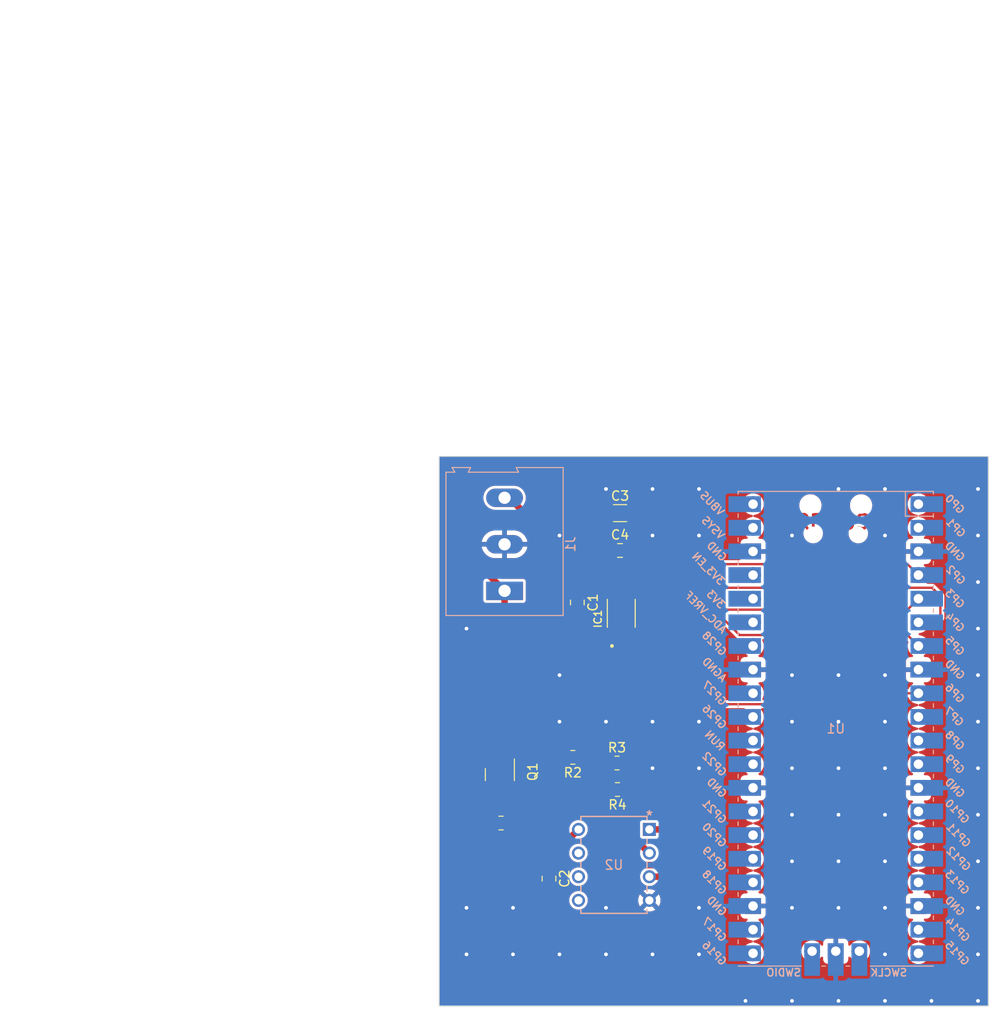
<source format=kicad_pcb>
(kicad_pcb (version 20240108) (generator "pcbnew") (generator_version "8.0")
  (layers (0 "F.Cu" signal) (31 "B.Cu" signal) (34 "B.Paste" user) (35 "F.Paste" user) (36 "B.SilkS" user "B.Silkscreen") (37 "F.SilkS" user "F.Silkscreen") (38 "B.Mask" user) (39 "F.Mask" user) (44 "Edge.Cuts" user))
  (net 0 "")
  (net 1 "GND")
  (net 2 "/Vref")
  (net 3 "Net-(U2-OUTA)")
  (net 4 "/Vdd")
  (net 5 "/DIN")
  (net 6 "/{slash}SYNC")
  (net 7 "/SCLK")
  (net 8 "/{slash}CLR")
  (net 9 "/{slash}LDAC")
  (net 10 "/VoutA")
  (net 11 "/VoutB")
  (net 12 "/YIG_TUNE_NEG")
  (net 13 "Net-(Q1-E)")
  (net 14 "Net-(Q1-B)")
  (net 76 "Net-(U2-+INA)")
  (footprint "footprints:SOP50P490X110-10N" (layer "F.Cu") (at 66.802 65.6082 90)
    (property "Reference" "IC1" (at -0.595 -2.508 -90) (layer "F.SilkS") (effects (font (size 0.8 0.8))))
    (property "Value" "DAC8562TDGSR")
    (fp_line (start -1.5 -1.5) (end 1.5 -1.5) (stroke (width 0.127)) (layer "F.SilkS"))
    (fp_line (start -1.5 1.5) (end 1.5 1.5) (stroke (width 0.127)) (layer "F.SilkS"))
    (fp_circle (center -3.5 -1) (end -3.4 -1) (stroke (width 0.2)) (fill none) (layer "F.SilkS"))
    (pad "1" smd roundrect (at -2.15 -1 90) (size 1.47 0.28) (layers "F.Cu" "F.Paste" "F.Mask") (roundrect_rratio 0.125) (net 10 "/VoutA"))
    (pad "2" smd roundrect (at -2.15 -0.5 90) (size 1.47 0.28) (layers "F.Cu" "F.Paste" "F.Mask") (roundrect_rratio 0.125) (net 11 "/VoutB"))
    (pad "3" smd roundrect (at -2.15 0 90) (size 1.47 0.28) (layers "F.Cu" "F.Paste" "F.Mask") (roundrect_rratio 0.125) (net 1 "GND"))
    (pad "4" smd roundrect (at -2.15 0.5 90) (size 1.47 0.28) (layers "F.Cu" "F.Paste" "F.Mask") (roundrect_rratio 0.125) (net 9 "/{slash}LDAC"))
    (pad "5" smd roundrect (at -2.15 1 90) (size 1.47 0.28) (layers "F.Cu" "F.Paste" "F.Mask") (roundrect_rratio 0.125) (net 8 "/{slash}CLR"))
    (pad "6" smd roundrect (at 2.15 1 90) (size 1.47 0.28) (layers "F.Cu" "F.Paste" "F.Mask") (roundrect_rratio 0.125) (net 6 "/{slash}SYNC"))
    (pad "7" smd roundrect (at 2.15 0.5 90) (size 1.47 0.28) (layers "F.Cu" "F.Paste" "F.Mask") (roundrect_rratio 0.125) (net 7 "/SCLK"))
    (pad "8" smd roundrect (at 2.15 0 90) (size 1.47 0.28) (layers "F.Cu" "F.Paste" "F.Mask") (roundrect_rratio 0.125) (net 5 "/DIN"))
    (pad "9" smd roundrect (at 2.15 -0.5 90) (size 1.47 0.28) (layers "F.Cu" "F.Paste" "F.Mask") (roundrect_rratio 0.125) (net 4 "/Vdd"))
    (pad "10" smd roundrect (at 2.15 -1 90) (size 1.47 0.28) (layers "F.Cu" "F.Paste" "F.Mask") (roundrect_rratio 0.125) (net 2 "/Vref"))
  )
  (footprint "Resistor_SMD:R_0805_2012Metric_Pad1.20x1.40mm_HandSolder" (layer "F.Cu") (at 61.595 81.0768 180)
    (property "Reference" "R2" (at 0 -1.65 180) (layer "F.SilkS"))
    (property "Value" "1")
    (fp_line (start -0.227064 0.735) (end 0.227064 0.735) (stroke (width 0.12)) (layer "F.SilkS"))
    (fp_line (start -0.227064 -0.735) (end 0.227064 -0.735) (stroke (width 0.12)) (layer "F.SilkS"))
    (pad "1" smd roundrect (at -1 0 180) (size 1.2 1.4) (layers "F.Cu" "F.Paste" "F.Mask") (roundrect_rratio 0.2083333333) (net 1 "GND"))
    (pad "2" smd roundrect (at 1 0 180) (size 1.2 1.4) (layers "F.Cu" "F.Paste" "F.Mask") (roundrect_rratio 0.2083333333) (net 13 "Net-(Q1-E)"))
  )
  (footprint "Resistor_SMD:R_0805_2012Metric_Pad1.20x1.40mm_HandSolder" (layer "F.Cu") (at 53.8773 88.138 180)
    (property "Reference" "R1" (hide yes))
    (property "Value" "150")
    (fp_line (start -0.227064 0.735) (end 0.227064 0.735) (stroke (width 0.12)) (layer "F.SilkS"))
    (fp_line (start -0.227064 -0.735) (end 0.227064 -0.735) (stroke (width 0.12)) (layer "F.SilkS"))
    (pad "1" smd roundrect (at -1 0 180) (size 1.2 1.4) (layers "F.Cu" "F.Paste" "F.Mask") (roundrect_rratio 0.2083333333) (net 3 "Net-(U2-OUTA)"))
    (pad "2" smd roundrect (at 1 0 180) (size 1.2 1.4) (layers "F.Cu" "F.Paste" "F.Mask") (roundrect_rratio 0.2083333333) (net 14 "Net-(Q1-B)"))
  )
  (footprint "Package_TO_SOT_SMD:SOT-23" (layer "F.Cu") (at 53.7464 82.931 -90)
    (property "Reference" "Q1" (at -0.3071 -3.5306 90) (layer "F.SilkS"))
    (property "Value" "NPN")
    (fp_line (start 0 1.56) (end -0.65 1.56) (stroke (width 0.12)) (layer "F.SilkS"))
    (fp_line (start 0 1.56) (end 0.65 1.56) (stroke (width 0.12)) (layer "F.SilkS"))
    (fp_line (start 0 -1.56) (end -1.675 -1.56) (stroke (width 0.12)) (layer "F.SilkS"))
    (fp_line (start 0 -1.56) (end 0.65 -1.56) (stroke (width 0.12)) (layer "F.SilkS"))
    (pad "1" smd roundrect (at -0.9375 -0.95 270) (size 1.475 0.6) (layers "F.Cu" "F.Paste" "F.Mask") (net 12 "/YIG_TUNE_NEG"))
    (pad "2" smd roundrect (at -0.9375 0.95 270) (size 1.475 0.6) (layers "F.Cu" "F.Paste" "F.Mask") (net 14 "Net-(Q1-B)"))
    (pad "3" smd roundrect (at 0.9375 0 270) (size 1.475 0.6) (layers "F.Cu" "F.Paste" "F.Mask") (net 13 "Net-(Q1-E)"))
  )
  (footprint "Resistor_SMD:R_0805_2012Metric_Pad1.20x1.40mm_HandSolder" (layer "F.Cu") (at 66.3956 84.5312 180)
    (property "Reference" "R4" (at 0 -1.65 180) (layer "F.SilkS"))
    (property "Value" "1k")
    (fp_line (start -0.227064 0.735) (end 0.227064 0.735) (stroke (width 0.12)) (layer "F.SilkS"))
    (fp_line (start -0.227064 -0.735) (end 0.227064 -0.735) (stroke (width 0.12)) (layer "F.SilkS"))
    (pad "1" smd roundrect (at -1 0 180) (size 1.2 1.4) (layers "F.Cu" "F.Paste" "F.Mask") (roundrect_rratio 0.2083333333) (net 1 "GND"))
    (pad "2" smd roundrect (at 1 0 180) (size 1.2 1.4) (layers "F.Cu" "F.Paste" "F.Mask") (roundrect_rratio 0.2083333333) (net 76 "Net-(U2-+INA)"))
  )
  (footprint "Capacitor_SMD:C_0805_2012Metric_Pad1.18x1.45mm_HandSolder" (layer "F.Cu") (at 59.0296 94.107 -90)
    (property "Reference" "C2" (at 0 -1.68 90) (layer "F.SilkS"))
    (property "Value" "100p")
    (fp_line (start -0.261252 0.735) (end 0.261252 0.735) (stroke (width 0.12)) (layer "F.SilkS"))
    (fp_line (start -0.261252 -0.735) (end 0.261252 -0.735) (stroke (width 0.12)) (layer "F.SilkS"))
    (pad "1" smd roundrect (at -1.0375 0 270) (size 1.175 1.45) (layers "F.Cu" "F.Paste" "F.Mask") (roundrect_rratio 0.2127659574) (net 4 "/Vdd"))
    (pad "2" smd roundrect (at 1.0375 0 270) (size 1.175 1.45) (layers "F.Cu" "F.Paste" "F.Mask") (roundrect_rratio 0.2127659574) (net 1 "GND"))
  )
  (footprint "Capacitor_SMD:C_1206_3216Metric_Pad1.33x1.80mm_HandSolder" (layer "F.Cu") (at 66.675 54.8386)
    (property "Reference" "C3" (at 0 -1.85 0) (layer "F.SilkS"))
    (property "Value" "0.1u")
    (fp_line (start -0.711252 -0.91) (end 0.711252 -0.91) (stroke (width 0.12)) (layer "F.SilkS"))
    (fp_line (start -0.711252 0.91) (end 0.711252 0.91) (stroke (width 0.12)) (layer "F.SilkS"))
    (pad "1" smd roundrect (at -1.5625 0) (size 1.325 1.8) (layers "F.Cu" "F.Paste" "F.Mask") (roundrect_rratio 0.1886792453) (net 4 "/Vdd"))
    (pad "2" smd roundrect (at 1.5625 0) (size 1.325 1.8) (layers "F.Cu" "F.Paste" "F.Mask") (roundrect_rratio 0.1886792453) (net 1 "GND"))
  )
  (footprint "Resistor_SMD:R_0805_2012Metric_Pad1.20x1.40mm_HandSolder" (layer "F.Cu") (at 66.3448 81.6864)
    (property "Reference" "R3" (at 0 -1.65 0) (layer "F.SilkS"))
    (property "Value" "33k")
    (fp_line (start -0.227064 -0.735) (end 0.227064 -0.735) (stroke (width 0.12)) (layer "F.SilkS"))
    (fp_line (start -0.227064 0.735) (end 0.227064 0.735) (stroke (width 0.12)) (layer "F.SilkS"))
    (pad "1" smd roundrect (at -1 0) (size 1.2 1.4) (layers "F.Cu" "F.Paste" "F.Mask") (roundrect_rratio 0.2083333333) (net 76 "Net-(U2-+INA)"))
    (pad "2" smd roundrect (at 1 0) (size 1.2 1.4) (layers "F.Cu" "F.Paste" "F.Mask") (roundrect_rratio 0.2083333333) (net 10 "/VoutA"))
  )
  (footprint "Capacitor_SMD:C_0805_2012Metric_Pad1.18x1.45mm_HandSolder" (layer "F.Cu") (at 62.0776 64.4398 -90)
    (property "Reference" "C1" (at 0 -1.68 90) (layer "F.SilkS"))
    (property "Value" "150n")
    (fp_line (start -0.261252 0.735) (end 0.261252 0.735) (stroke (width 0.12)) (layer "F.SilkS"))
    (fp_line (start -0.261252 -0.735) (end 0.261252 -0.735) (stroke (width 0.12)) (layer "F.SilkS"))
    (pad "1" smd roundrect (at -1.0375 0 270) (size 1.175 1.45) (layers "F.Cu" "F.Paste" "F.Mask") (roundrect_rratio 0.2127659574) (net 2 "/Vref"))
    (pad "2" smd roundrect (at 1.0375 0 270) (size 1.175 1.45) (layers "F.Cu" "F.Paste" "F.Mask") (roundrect_rratio 0.2127659574) (net 1 "GND"))
  )
  (footprint "Capacitor_SMD:C_0805_2012Metric_Pad1.18x1.45mm_HandSolder" (layer "F.Cu") (at 66.6711 58.8518)
    (property "Reference" "C4" (at 0 -1.68 0) (layer "F.SilkS"))
    (property "Value" "100p")
    (fp_line (start -0.261252 -0.735) (end 0.261252 -0.735) (stroke (width 0.12)) (layer "F.SilkS"))
    (fp_line (start -0.261252 0.735) (end 0.261252 0.735) (stroke (width 0.12)) (layer "F.SilkS"))
    (pad "1" smd roundrect (at -1.0375 0) (size 1.175 1.45) (layers "F.Cu" "F.Paste" "F.Mask") (roundrect_rratio 0.2127659574) (net 4 "/Vdd"))
    (pad "2" smd roundrect (at 1.0375 0) (size 1.175 1.45) (layers "F.Cu" "F.Paste" "F.Mask") (roundrect_rratio 0.2127659574) (net 1 "GND"))
  )
  (footprint "footprints:PDIP-8_N_LIT" (layer "B.Cu") (at 69.8246 88.8238 180)
    (property "Reference" "U2" (at 3.81 -3.81 0) (layer "B.SilkS") (effects (justify mirror)))
    (property "Value" "LT1632CN8-PBF")
    (fp_line (start 7.366 1.397) (end 7.366 0.99947) (stroke (width 0.1524)) (layer "B.SilkS"))
    (fp_line (start 7.366 -0.99947) (end 7.366 -1.54053) (stroke (width 0.1524)) (layer "B.SilkS"))
    (fp_line (start 7.366 -3.53947) (end 7.366 -4.08053) (stroke (width 0.1524)) (layer "B.SilkS"))
    (fp_line (start 7.366 -6.07947) (end 7.366 -6.62053) (stroke (width 0.1524)) (layer "B.SilkS"))
    (fp_line (start 7.366 -8.61947) (end 7.366 -9.017) (stroke (width 0.1524)) (layer "B.SilkS"))
    (fp_line (start 7.366 -9.017) (end 0.254 -9.017) (stroke (width 0.1524)) (layer "B.SilkS"))
    (fp_line (start 0.254 1.397) (end 7.366 1.397) (stroke (width 0.1524)) (layer "B.SilkS"))
    (fp_line (start 0.254 1.03124) (end 0.254 1.397) (stroke (width 0.1524)) (layer "B.SilkS"))
    (fp_line (start 0.254 -1.54053) (end 0.254 -1.03124) (stroke (width 0.1524)) (layer "B.SilkS"))
    (fp_line (start 0.254 -4.08053) (end 0.254 -3.53947) (stroke (width 0.1524)) (layer "B.SilkS"))
    (fp_line (start 0.254 -6.62053) (end 0.254 -6.07947) (stroke (width 0.1524)) (layer "B.SilkS"))
    (fp_line (start 0.254 -9.017) (end 0.254 -8.61947) (stroke (width 0.1524)) (layer "B.SilkS"))
    (fp_text user "*" (at 0 1.4605 180) (layer "B.SilkS") (effects (justify mirror)))
    (fp_text user "*" (at 0 1.4605 0) (layer "B.SilkS") (effects (justify mirror)))
    (pad "1" thru_hole rect (at 0 0 180) (size 1.397 1.397) (drill 0.889) (layers "*.Cu" "*.Mask") (net 3 "Net-(U2-OUTA)"))
    (pad "2" thru_hole circle (at 0 -2.54 180) (size 1.397 1.397) (drill 0.889) (layers "*.Cu" "*.Mask") (net 13 "Net-(Q1-E)"))
    (pad "3" thru_hole circle (at 0 -5.08 180) (size 1.397 1.397) (drill 0.889) (layers "*.Cu" "*.Mask") (net 76 "Net-(U2-+INA)"))
    (pad "4" thru_hole circle (at 0 -7.62 180) (size 1.397 1.397) (drill 0.889) (layers "*.Cu" "*.Mask") (net 1 "GND"))
    (pad "5" thru_hole circle (at 7.62 -7.62 180) (size 1.397 1.397) (drill 0.889) (layers "*.Cu" "*.Mask"))
    (pad "6" thru_hole circle (at 7.62 -5.08 180) (size 1.397 1.397) (drill 0.889) (layers "*.Cu" "*.Mask"))
    (pad "7" thru_hole circle (at 7.62 -2.54 180) (size 1.397 1.397) (drill 0.889) (layers "*.Cu" "*.Mask"))
    (pad "8" thru_hole circle (at 7.62 0 180) (size 1.397 1.397) (drill 0.889) (layers "*.Cu" "*.Mask") (net 4 "/Vdd"))
  )
  (footprint "footprints:RPi_Pico_SMD_TH" (layer "B.Cu") (at 89.8652 78.0034 180)
    (property "Reference" "U1" (at 0 0 180) (layer "B.SilkS") (effects (justify mirror)))
    (property "Value" "Pico")
    (fp_line (start 10.5 25.5) (end -10.5 25.5) (stroke (width 0.12)) (layer "B.SilkS"))
    (fp_line (start 10.5 25.2) (end 10.5 25.5) (stroke (width 0.12)) (layer "B.SilkS"))
    (fp_line (start 10.5 22.7) (end 10.5 23.1) (stroke (width 0.12)) (layer "B.SilkS"))
    (fp_line (start 10.5 20.1) (end 10.5 20.5) (stroke (width 0.12)) (layer "B.SilkS"))
    (fp_line (start 10.5 17.6) (end 10.5 18) (stroke (width 0.12)) (layer "B.SilkS"))
    (fp_line (start 10.5 15) (end 10.5 15.4) (stroke (width 0.12)) (layer "B.SilkS"))
    (fp_line (start 10.5 12.5) (end 10.5 12.9) (stroke (width 0.12)) (layer "B.SilkS"))
    (fp_line (start 10.5 10) (end 10.5 10.4) (stroke (width 0.12)) (layer "B.SilkS"))
    (fp_line (start 10.5 7.4) (end 10.5 7.8) (stroke (width 0.12)) (layer "B.SilkS"))
    (fp_line (start 10.5 4.9) (end 10.5 5.3) (stroke (width 0.12)) (layer "B.SilkS"))
    (fp_line (start 10.5 2.3) (end 10.5 2.7) (stroke (width 0.12)) (layer "B.SilkS"))
    (fp_line (start 10.5 -0.2) (end 10.5 0.2) (stroke (width 0.12)) (layer "B.SilkS"))
    (fp_line (start 10.5 -2.7) (end 10.5 -2.3) (stroke (width 0.12)) (layer "B.SilkS"))
    (fp_line (start 10.5 -5.3) (end 10.5 -4.9) (stroke (width 0.12)) (layer "B.SilkS"))
    (fp_line (start 10.5 -7.8) (end 10.5 -7.4) (stroke (width 0.12)) (layer "B.SilkS"))
    (fp_line (start 10.5 -10.4) (end 10.5 -10) (stroke (width 0.12)) (layer "B.SilkS"))
    (fp_line (start 10.5 -12.9) (end 10.5 -12.5) (stroke (width 0.12)) (layer "B.SilkS"))
    (fp_line (start 10.5 -15.5) (end 10.5 -15.1) (stroke (width 0.12)) (layer "B.SilkS"))
    (fp_line (start 10.5 -18) (end 10.5 -17.6) (stroke (width 0.12)) (layer "B.SilkS"))
    (fp_line (start 10.5 -20.5) (end 10.5 -20.1) (stroke (width 0.12)) (layer "B.SilkS"))
    (fp_line (start 10.5 -23.1) (end 10.5 -22.7) (stroke (width 0.12)) (layer "B.SilkS"))
    (fp_line (start 3.7 -25.5) (end 10.5 -25.5) (stroke (width 0.12)) (layer "B.SilkS"))
    (fp_line (start 1.5 -25.5) (end 1.1 -25.5) (stroke (width 0.12)) (layer "B.SilkS"))
    (fp_line (start -1.1 -25.5) (end -1.5 -25.5) (stroke (width 0.12)) (layer "B.SilkS"))
    (fp_line (start -7.493 25.5) (end -7.493 22.833) (stroke (width 0.12)) (layer "B.SilkS"))
    (fp_line (start -7.493 22.833) (end -10.5 22.833) (stroke (width 0.12)) (layer "B.SilkS"))
    (fp_line (start -10.5 25.2) (end -10.5 25.5) (stroke (width 0.12)) (layer "B.SilkS"))
    (fp_line (start -10.5 22.7) (end -10.5 23.1) (stroke (width 0.12)) (layer "B.SilkS"))
    (fp_line (start -10.5 20.1) (end -10.5 20.5) (stroke (width 0.12)) (layer "B.SilkS"))
    (fp_line (start -10.5 17.6) (end -10.5 18) (stroke (width 0.12)) (layer "B.SilkS"))
    (fp_line (start -10.5 15) (end -10.5 15.4) (stroke (width 0.12)) (layer "B.SilkS"))
    (fp_line (start -10.5 12.5) (end -10.5 12.9) (stroke (width 0.12)) (layer "B.SilkS"))
    (fp_line (start -10.5 10) (end -10.5 10.4) (stroke (width 0.12)) (layer "B.SilkS"))
    (fp_line (start -10.5 7.4) (end -10.5 7.8) (stroke (width 0.12)) (layer "B.SilkS"))
    (fp_line (start -10.5 4.9) (end -10.5 5.3) (stroke (width 0.12)) (layer "B.SilkS"))
    (fp_line (start -10.5 2.3) (end -10.5 2.7) (stroke (width 0.12)) (layer "B.SilkS"))
    (fp_line (start -10.5 -0.2) (end -10.5 0.2) (stroke (width 0.12)) (layer "B.SilkS"))
    (fp_line (start -10.5 -2.7) (end -10.5 -2.3) (stroke (width 0.12)) (layer "B.SilkS"))
    (fp_line (start -10.5 -5.3) (end -10.5 -4.9) (stroke (width 0.12)) (layer "B.SilkS"))
    (fp_line (start -10.5 -7.8) (end -10.5 -7.4) (stroke (width 0.12)) (layer "B.SilkS"))
    (fp_line (start -10.5 -10.4) (end -10.5 -10) (stroke (width 0.12)) (layer "B.SilkS"))
    (fp_line (start -10.5 -12.9) (end -10.5 -12.5) (stroke (width 0.12)) (layer "B.SilkS"))
    (fp_line (start -10.5 -15.5) (end -10.5 -15.1) (stroke (width 0.12)) (layer "B.SilkS"))
    (fp_line (start -10.5 -18) (end -10.5 -17.6) (stroke (width 0.12)) (layer "B.SilkS"))
    (fp_line (start -10.5 -20.5) (end -10.5 -20.1) (stroke (width 0.12)) (layer "B.SilkS"))
    (fp_line (start -10.5 -23.1) (end -10.5 -22.7) (stroke (width 0.12)) (layer "B.SilkS"))
    (fp_line (start -10.5 -25.5) (end -3.7 -25.5) (stroke (width 0.12)) (layer "B.SilkS"))
    (fp_text user "GND" (at 12.8 -19.05 -45) (layer "B.SilkS") (effects (font (size 0.8 0.8)) (justify mirror)))
    (fp_text user "GND" (at -12.8 6.35 -45) (layer "B.SilkS") (effects (font (size 0.8 0.8)) (justify mirror)))
    (fp_text user "GP8" (at -12.8 -1.27 -45) (layer "B.SilkS") (effects (font (size 0.8 0.8)) (justify mirror)))
    (fp_text user "GND" (at 12.8 19.05 -45) (layer "B.SilkS") (effects (font (size 0.8 0.8)) (justify mirror)))
    (fp_text user "GP14" (at -13.1 -21.59 -45) (layer "B.SilkS") (effects (font (size 0.8 0.8)) (justify mirror)))
    (fp_text user "GND" (at 12.8 -6.35 -45) (layer "B.SilkS") (effects (font (size 0.8 0.8)) (justify mirror)))
    (fp_text user "GP13" (at -13.054 -16.51 -45) (layer "B.SilkS") (effects (font (size 0.8 0.8)) (justify mirror)))
    (fp_text user "GND" (at -12.8 19.05 -45) (layer "B.SilkS") (effects (font (size 0.8 0.8)) (justify mirror)))
    (fp_text user "GP2" (at -12.9 16.51 -45) (layer "B.SilkS") (effects (font (size 0.8 0.8)) (justify mirror)))
    (fp_text user "GP27" (at 13.054 3.8 -45) (layer "B.SilkS") (effects (font (size 0.8 0.8)) (justify mirror)))
    (fp_text user "GP3" (at -12.8 13.97 -45) (layer "B.SilkS") (effects (font (size 0.8 0.8)) (justify mirror)))
    (fp_text user "VBUS" (at 13.3 24.2 -45) (layer "B.SilkS") (effects (font (size 0.8 0.8)) (justify mirror)))
    (fp_text user "GP26" (at 13.054 1.27 -45) (layer "B.SilkS") (effects (font (size 0.8 0.8)) (justify mirror)))
    (fp_text user "GP16" (at 13.054 -24.13 -45) (layer "B.SilkS") (effects (font (size 0.8 0.8)) (justify mirror)))
    (fp_text user "SWDIO" (at 5.6 -26.2 180) (layer "B.SilkS") (effects (font (size 0.8 0.8)) (justify mirror)))
    (fp_text user "GP18" (at 13.054 -16.51 -45) (layer "B.SilkS") (effects (font (size 0.8 0.8)) (justify mirror)))
    (fp_text user "GP12" (at -13.2 -13.97 -45) (layer "B.SilkS") (effects (font (size 0.8 0.8)) (justify mirror)))
    (fp_text user "GP21" (at 13.054 -8.9 -45) (layer "B.SilkS") (effects (font (size 0.8 0.8)) (justify mirror)))
    (fp_text user "GND" (at -12.8 -6.35 -45) (layer "B.SilkS") (effects (font (size 0.8 0.8)) (justify mirror)))
    (fp_text user "RUN" (at 13 -1.27 -45) (layer "B.SilkS") (effects (font (size 0.8 0.8)) (justify mirror)))
    (fp_text user "GP11" (at -13.2 -11.43 -45) (layer "B.SilkS") (effects (font (size 0.8 0.8)) (justify mirror)))
    (fp_text user "GP7" (at -12.7 1.3 -45) (layer "B.SilkS") (effects (font (size 0.8 0.8)) (justify mirror)))
    (fp_text user "VSYS" (at 13.2 21.59 -45) (layer "B.SilkS") (effects (font (size 0.8 0.8)) (justify mirror)))
    (fp_text user "AGND" (at 13.054 6.35 -45) (layer "B.SilkS") (effects (font (size 0.8 0.8)) (justify mirror)))
    (fp_text user "GP15" (at -13.054 -24.13 -45) (layer "B.SilkS") (effects (font (size 0.8 0.8)) (justify mirror)))
    (fp_text user "GP20" (at 13.054 -11.43 -45) (layer "B.SilkS") (effects (font (size 0.8 0.8)) (justify mirror)))
    (fp_text user "GP19" (at 13.054 -13.97 -45) (layer "B.SilkS") (effects (font (size 0.8 0.8)) (justify mirror)))
    (fp_text user "GP17" (at 13.054 -21.59 -45) (layer "B.SilkS") (effects (font (size 0.8 0.8)) (justify mirror)))
    (fp_text user "3V3" (at 12.9 13.9 -45) (layer "B.SilkS") (effects (font (size 0.8 0.8)) (justify mirror)))
    (fp_text user "GP4" (at -12.8 11.43 -45) (layer "B.SilkS") (effects (font (size 0.8 0.8)) (justify mirror)))
    (fp_text user "GP9" (at -12.8 -3.81 -45) (layer "B.SilkS") (effects (font (size 0.8 0.8)) (justify mirror)))
    (fp_text user "3V3_EN" (at 13.7 17.2 -45) (layer "B.SilkS") (effects (font (size 0.8 0.8)) (justify mirror)))
    (fp_text user "GP28" (at 13.054 9.144 -45) (layer "B.SilkS") (effects (font (size 0.8 0.8)) (justify mirror)))
    (fp_text user "GP0" (at -12.8 24.13 -45) (layer "B.SilkS") (effects (font (size 0.8 0.8)) (justify mirror)))
    (fp_text user "GP5" (at -12.8 8.89 -45) (layer "B.SilkS") (effects (font (size 0.8 0.8)) (justify mirror)))
    (fp_text user "GP10" (at -13.054 -8.89 -45) (layer "B.SilkS") (effects (font (size 0.8 0.8)) (justify mirror)))
    (fp_text user "ADC_VREF" (at 14 12.5 -45) (layer "B.SilkS") (effects (font (size 0.8 0.8)) (justify mirror)))
    (fp_text user "SWCLK" (at -5.7 -26.2 180) (layer "B.SilkS") (effects (font (size 0.8 0.8)) (justify mirror)))
    (fp_text user "GND" (at -12.8 -19.05 -45) (layer "B.SilkS") (effects (font (size 0.8 0.8)) (justify mirror)))
    (fp_text user "GP22" (at 13.054 -3.81 -45) (layer "B.SilkS") (effects (font (size 0.8 0.8)) (justify mirror)))
    (fp_text user "GP6" (at -12.8 3.81 -45) (layer "B.SilkS") (effects (font (size 0.8 0.8)) (justify mirror)))
    (fp_text user "GP1" (at -12.9 21.6 -45) (layer "B.SilkS") (effects (font (size 0.8 0.8)) (justify mirror)))
    (pad "" np_thru_hole oval (at -2.725 24 180) (size 1.8 1.8) (drill 1.8) (layers "*.Cu" "*.Mask"))
    (pad "" np_thru_hole oval (at -2.425 20.97 180) (size 1.5 1.5) (drill 1.5) (layers "*.Cu" "*.Mask"))
    (pad "" np_thru_hole oval (at 2.425 20.97 180) (size 1.5 1.5) (drill 1.5) (layers "*.Cu" "*.Mask"))
    (pad "" np_thru_hole oval (at 2.725 24 180) (size 1.8 1.8) (drill 1.8) (layers "*.Cu" "*.Mask"))
    (pad "1" thru_hole oval (at -8.89 24.13 180) (size 1.7 1.7) (drill 1.02) (layers "*.Cu" "*.Mask"))
    (pad "1" smd rect (at -8.89 24.13 180) (size 3.5 1.7) (drill (offset -0.9 0)) (layers "B.Cu" "B.Mask"))
    (pad "2" thru_hole oval (at -8.89 21.59 180) (size 1.7 1.7) (drill 1.02) (layers "*.Cu" "*.Mask"))
    (pad "2" smd rect (at -8.89 21.59 180) (size 3.5 1.7) (drill (offset -0.9 0)) (layers "B.Cu" "B.Mask"))
    (pad "3" thru_hole rect (at -8.89 19.05 180) (size 1.7 1.7) (drill 1.02) (layers "*.Cu" "*.Mask") (net 1 "GND"))
    (pad "3" smd rect (at -8.89 19.05 180) (size 3.5 1.7) (drill (offset -0.9 0)) (layers "B.Cu" "B.Mask") (net 1 "GND"))
    (pad "4" thru_hole oval (at -8.89 16.51 180) (size 1.7 1.7) (drill 1.02) (layers "*.Cu" "*.Mask") (net 7 "/SCLK"))
    (pad "4" smd rect (at -8.89 16.51 180) (size 3.5 1.7) (drill (offset -0.9 0)) (layers "B.Cu" "B.Mask") (net 7 "/SCLK"))
    (pad "5" thru_hole oval (at -8.89 13.97 180) (size 1.7 1.7) (drill 1.02) (layers "*.Cu" "*.Mask") (net 5 "/DIN"))
    (pad "5" smd rect (at -8.89 13.97 180) (size 3.5 1.7) (drill (offset -0.9 0)) (layers "B.Cu" "B.Mask") (net 5 "/DIN"))
    (pad "6" thru_hole oval (at -8.89 11.43 180) (size 1.7 1.7) (drill 1.02) (layers "*.Cu" "*.Mask") (net 6 "/{slash}SYNC"))
    (pad "6" smd rect (at -8.89 11.43 180) (size 3.5 1.7) (drill (offset -0.9 0)) (layers "B.Cu" "B.Mask") (net 6 "/{slash}SYNC"))
    (pad "7" thru_hole oval (at -8.89 8.89 180) (size 1.7 1.7) (drill 1.02) (layers "*.Cu" "*.Mask") (net 9 "/{slash}LDAC"))
    (pad "7" smd rect (at -8.89 8.89 180) (size 3.5 1.7) (drill (offset -0.9 0)) (layers "B.Cu" "B.Mask") (net 9 "/{slash}LDAC"))
    (pad "8" thru_hole rect (at -8.89 6.35 180) (size 1.7 1.7) (drill 1.02) (layers "*.Cu" "*.Mask") (net 1 "GND"))
    (pad "8" smd rect (at -8.89 6.35 180) (size 3.5 1.7) (drill (offset -0.9 0)) (layers "B.Cu" "B.Mask") (net 1 "GND"))
    (pad "9" thru_hole oval (at -8.89 3.81 180) (size 1.7 1.7) (drill 1.02) (layers "*.Cu" "*.Mask") (net 8 "/{slash}CLR"))
    (pad "9" smd rect (at -8.89 3.81 180) (size 3.5 1.7) (drill (offset -0.9 0)) (layers "B.Cu" "B.Mask") (net 8 "/{slash}CLR"))
    (pad "10" thru_hole oval (at -8.89 1.27 180) (size 1.7 1.7) (drill 1.02) (layers "*.Cu" "*.Mask"))
    (pad "10" smd rect (at -8.89 1.27 180) (size 3.5 1.7) (drill (offset -0.9 0)) (layers "B.Cu" "B.Mask"))
    (pad "11" thru_hole oval (at -8.89 -1.27 180) (size 1.7 1.7) (drill 1.02) (layers "*.Cu" "*.Mask"))
    (pad "11" smd rect (at -8.89 -1.27 180) (size 3.5 1.7) (drill (offset -0.9 0)) (layers "B.Cu" "B.Mask"))
    (pad "12" thru_hole oval (at -8.89 -3.81 180) (size 1.7 1.7) (drill 1.02) (layers "*.Cu" "*.Mask"))
    (pad "12" smd rect (at -8.89 -3.81 180) (size 3.5 1.7) (drill (offset -0.9 0)) (layers "B.Cu" "B.Mask"))
    (pad "13" thru_hole rect (at -8.89 -6.35 180) (size 1.7 1.7) (drill 1.02) (layers "*.Cu" "*.Mask") (net 1 "GND"))
    (pad "13" smd rect (at -8.89 -6.35 180) (size 3.5 1.7) (drill (offset -0.9 0)) (layers "B.Cu" "B.Mask") (net 1 "GND"))
    (pad "14" thru_hole oval (at -8.89 -8.89 180) (size 1.7 1.7) (drill 1.02) (layers "*.Cu" "*.Mask"))
    (pad "14" smd rect (at -8.89 -8.89 180) (size 3.5 1.7) (drill (offset -0.9 0)) (layers "B.Cu" "B.Mask"))
    (pad "15" thru_hole oval (at -8.89 -11.43 180) (size 1.7 1.7) (drill 1.02) (layers "*.Cu" "*.Mask"))
    (pad "15" smd rect (at -8.89 -11.43 180) (size 3.5 1.7) (drill (offset -0.9 0)) (layers "B.Cu" "B.Mask"))
    (pad "16" thru_hole oval (at -8.89 -13.97 180) (size 1.7 1.7) (drill 1.02) (layers "*.Cu" "*.Mask"))
    (pad "16" smd rect (at -8.89 -13.97 180) (size 3.5 1.7) (drill (offset -0.9 0)) (layers "B.Cu" "B.Mask"))
    (pad "17" thru_hole oval (at -8.89 -16.51 180) (size 1.7 1.7) (drill 1.02) (layers "*.Cu" "*.Mask"))
    (pad "17" smd rect (at -8.89 -16.51 180) (size 3.5 1.7) (drill (offset -0.9 0)) (layers "B.Cu" "B.Mask"))
    (pad "18" thru_hole rect (at -8.89 -19.05 180) (size 1.7 1.7) (drill 1.02) (layers "*.Cu" "*.Mask") (net 1 "GND"))
    (pad "18" smd rect (at -8.89 -19.05 180) (size 3.5 1.7) (drill (offset -0.9 0)) (layers "B.Cu" "B.Mask") (net 1 "GND"))
    (pad "19" thru_hole oval (at -8.89 -21.59 180) (size 1.7 1.7) (drill 1.02) (layers "*.Cu" "*.Mask"))
    (pad "19" smd rect (at -8.89 -21.59 180) (size 3.5 1.7) (drill (offset -0.9 0)) (layers "B.Cu" "B.Mask"))
    (pad "20" thru_hole oval (at -8.89 -24.13 180) (size 1.7 1.7) (drill 1.02) (layers "*.Cu" "*.Mask"))
    (pad "20" smd rect (at -8.89 -24.13 180) (size 3.5 1.7) (drill (offset -0.9 0)) (layers "B.Cu" "B.Mask"))
    (pad "21" thru_hole oval (at 8.89 -24.13 180) (size 1.7 1.7) (drill 1.02) (layers "*.Cu" "*.Mask"))
    (pad "21" smd rect (at 8.89 -24.13 180) (size 3.5 1.7) (drill (offset 0.9 0)) (layers "B.Cu" "B.Mask"))
    (pad "22" thru_hole oval (at 8.89 -21.59 180) (size 1.7 1.7) (drill 1.02) (layers "*.Cu" "*.Mask"))
    (pad "22" smd rect (at 8.89 -21.59 180) (size 3.5 1.7) (drill (offset 0.9 0)) (layers "B.Cu" "B.Mask"))
    (pad "23" thru_hole rect (at 8.89 -19.05 180) (size 1.7 1.7) (drill 1.02) (layers "*.Cu" "*.Mask") (net 1 "GND"))
    (pad "23" smd rect (at 8.89 -19.05 180) (size 3.5 1.7) (drill (offset 0.9 0)) (layers "B.Cu" "B.Mask") (net 1 "GND"))
    (pad "24" thru_hole oval (at 8.89 -16.51 180) (size 1.7 1.7) (drill 1.02) (layers "*.Cu" "*.Mask"))
    (pad "24" smd rect (at 8.89 -16.51 180) (size 3.5 1.7) (drill (offset 0.9 0)) (layers "B.Cu" "B.Mask"))
    (pad "25" thru_hole oval (at 8.89 -13.97 180) (size 1.7 1.7) (drill 1.02) (layers "*.Cu" "*.Mask"))
    (pad "25" smd rect (at 8.89 -13.97 180) (size 3.5 1.7) (drill (offset 0.9 0)) (layers "B.Cu" "B.Mask"))
    (pad "26" thru_hole oval (at 8.89 -11.43 180) (size 1.7 1.7) (drill 1.02) (layers "*.Cu" "*.Mask"))
    (pad "26" smd rect (at 8.89 -11.43 180) (size 3.5 1.7) (drill (offset 0.9 0)) (layers "B.Cu" "B.Mask"))
    (pad "27" thru_hole oval (at 8.89 -8.89 180) (size 1.7 1.7) (drill 1.02) (layers "*.Cu" "*.Mask"))
    (pad "27" smd rect (at 8.89 -8.89 180) (size 3.5 1.7) (drill (offset 0.9 0)) (layers "B.Cu" "B.Mask"))
    (pad "28" thru_hole rect (at 8.89 -6.35 180) (size 1.7 1.7) (drill 1.02) (layers "*.Cu" "*.Mask") (net 1 "GND"))
    (pad "28" smd rect (at 8.89 -6.35 180) (size 3.5 1.7) (drill (offset 0.9 0)) (layers "B.Cu" "B.Mask") (net 1 "GND"))
    (pad "29" thru_hole oval (at 8.89 -3.81 180) (size 1.7 1.7) (drill 1.02) (layers "*.Cu" "*.Mask"))
    (pad "29" smd rect (at 8.89 -3.81 180) (size 3.5 1.7) (drill (offset 0.9 0)) (layers "B.Cu" "B.Mask"))
    (pad "30" thru_hole oval (at 8.89 -1.27 180) (size 1.7 1.7) (drill 1.02) (layers "*.Cu" "*.Mask"))
    (pad "30" smd rect (at 8.89 -1.27 180) (size 3.5 1.7) (drill (offset 0.9 0)) (layers "B.Cu" "B.Mask"))
    (pad "31" thru_hole oval (at 8.89 1.27 180) (size 1.7 1.7) (drill 1.02) (layers "*.Cu" "*.Mask"))
    (pad "31" smd rect (at 8.89 1.27 180) (size 3.5 1.7) (drill (offset 0.9 0)) (layers "B.Cu" "B.Mask"))
    (pad "32" thru_hole oval (at 8.89 3.81 180) (size 1.7 1.7) (drill 1.02) (layers "*.Cu" "*.Mask"))
    (pad "32" smd rect (at 8.89 3.81 180) (size 3.5 1.7) (drill (offset 0.9 0)) (layers "B.Cu" "B.Mask"))
    (pad "33" thru_hole rect (at 8.89 6.35 180) (size 1.7 1.7) (drill 1.02) (layers "*.Cu" "*.Mask") (net 1 "GND"))
    (pad "33" smd rect (at 8.89 6.35 180) (size 3.5 1.7) (drill (offset 0.9 0)) (layers "B.Cu" "B.Mask") (net 1 "GND"))
    (pad "34" thru_hole oval (at 8.89 8.89 180) (size 1.7 1.7) (drill 1.02) (layers "*.Cu" "*.Mask"))
    (pad "34" smd rect (at 8.89 8.89 180) (size 3.5 1.7) (drill (offset 0.9 0)) (layers "B.Cu" "B.Mask"))
    (pad "35" thru_hole oval (at 8.89 11.43 180) (size 1.7 1.7) (drill 1.02) (layers "*.Cu" "*.Mask"))
    (pad "35" smd rect (at 8.89 11.43 180) (size 3.5 1.7) (drill (offset 0.9 0)) (layers "B.Cu" "B.Mask"))
    (pad "36" thru_hole oval (at 8.89 13.97 180) (size 1.7 1.7) (drill 1.02) (layers "*.Cu" "*.Mask"))
    (pad "36" smd rect (at 8.89 13.97 180) (size 3.5 1.7) (drill (offset 0.9 0)) (layers "B.Cu" "B.Mask"))
    (pad "37" thru_hole oval (at 8.89 16.51 180) (size 1.7 1.7) (drill 1.02) (layers "*.Cu" "*.Mask"))
    (pad "37" smd rect (at 8.89 16.51 180) (size 3.5 1.7) (drill (offset 0.9 0)) (layers "B.Cu" "B.Mask"))
    (pad "38" thru_hole rect (at 8.89 19.05 180) (size 1.7 1.7) (drill 1.02) (layers "*.Cu" "*.Mask") (net 1 "GND"))
    (pad "38" smd rect (at 8.89 19.05 180) (size 3.5 1.7) (drill (offset 0.9 0)) (layers "B.Cu" "B.Mask") (net 1 "GND"))
    (pad "39" thru_hole oval (at 8.89 21.59 180) (size 1.7 1.7) (drill 1.02) (layers "*.Cu" "*.Mask"))
    (pad "39" smd rect (at 8.89 21.59 180) (size 3.5 1.7) (drill (offset 0.9 0)) (layers "B.Cu" "B.Mask"))
    (pad "40" thru_hole oval (at 8.89 24.13 180) (size 1.7 1.7) (drill 1.02) (layers "*.Cu" "*.Mask"))
    (pad "40" smd rect (at 8.89 24.13 180) (size 3.5 1.7) (drill (offset 0.9 0)) (layers "B.Cu" "B.Mask"))
    (pad "41" thru_hole oval (at -2.54 -23.9 180) (size 1.7 1.7) (drill 1.02) (layers "*.Cu" "*.Mask"))
    (pad "41" smd rect (at -2.54 -23.9 90) (size 3.5 1.7) (drill (offset -0.9 0)) (layers "B.Cu" "B.Mask"))
    (pad "42" thru_hole rect (at 0 -23.9 180) (size 1.7 1.7) (drill 1.02) (layers "*.Cu" "*.Mask") (net 1 "GND"))
    (pad "42" smd rect (at 0 -23.9 90) (size 3.5 1.7) (drill (offset -0.9 0)) (layers "B.Cu" "B.Mask") (net 1 "GND"))
    (pad "43" thru_hole oval (at 2.54 -23.9 180) (size 1.7 1.7) (drill 1.02) (layers "*.Cu" "*.Mask"))
    (pad "43" smd rect (at 2.54 -23.9 90) (size 3.5 1.7) (drill (offset -0.9 0)) (layers "B.Cu" "B.Mask"))
  )
  (footprint "TerminalBlock:TerminalBlock_Altech_AK300-3_P5.00mm" (layer "B.Cu") (at 54.2544 63.1876 90)
    (property "Reference" "J1" (at 5 7.1 -90) (layer "B.SilkS") (effects (justify mirror)))
    (property "Value" "Conn_01x03_Pin")
    (fp_line (start 12.75 -6.3) (end -2.65 -6.3) (stroke (width 0.12)) (layer "B.SilkS"))
    (fp_line (start -2.65 -6.3) (end -2.65 6.3) (stroke (width 0.12)) (layer "B.SilkS"))
    (fp_line (start 13.25 -5.65) (end 12.75 -5.35) (stroke (width 0.12)) (layer "B.SilkS"))
    (fp_line (start 12.75 -5.35) (end 12.75 -6.3) (stroke (width 0.12)) (layer "B.SilkS"))
    (fp_line (start 12.75 -3.9) (end 13.25 -3.65) (stroke (width 0.12)) (layer "B.SilkS"))
    (fp_line (start 13.25 -3.65) (end 13.25 -5.65) (stroke (width 0.12)) (layer "B.SilkS"))
    (fp_line (start 13.25 1.25) (end 12.75 1.5) (stroke (width 0.12)) (layer "B.SilkS"))
    (fp_line (start 12.75 1.5) (end 12.75 -3.9) (stroke (width 0.12)) (layer "B.SilkS"))
    (fp_line (start 13.25 6.3) (end 13.25 1.25) (stroke (width 0.12)) (layer "B.SilkS"))
    (fp_line (start -2.65 6.3) (end 13.25 6.3) (stroke (width 0.12)) (layer "B.SilkS"))
    (pad "1" thru_hole rect (at 0 0 90) (size 1.98 3.96) (drill 1.32) (layers "*.Cu" "*.Mask") (net 4 "/Vdd"))
    (pad "2" thru_hole oval (at 5 0 90) (size 1.98 3.96) (drill 1.32) (layers "*.Cu" "*.Mask") (net 1 "GND"))
    (pad "3" thru_hole oval (at 10 0 90) (size 1.98 3.96) (drill 1.32) (layers "*.Cu" "*.Mask") (net 12 "/YIG_TUNE_NEG"))
  )
  (gr_rect (start 47.2186 48.7426) (end 106.2736 107.7976) (stroke (width 0.1)) (fill none) (layer "Edge.Cuts"))
  (gr_text "RP-USB" (at 85.3948 56.6674 0) (layer "F.Cu") (effects (font (size 1.5 1.5) (thickness 0.3) (bold yes)) (justify left bottom)))
  (gr_text "YIG filter current regulator" (at 48.387 107.0864 0) (layer "F.Cu") (effects (font (size 1.5 1.5) (thickness 0.3) (bold yes)) (justify left bottom)))
  (gr_text "TOP" (at 101.0412 106.7308 0) (layer "F.Cu") (effects (font (size 1.5 1.5) (thickness 0.3) (bold yes)) (justify left bottom)))
  (segment (start 66.802 68.9864) (end 66.802 70.1548) (width 0.25) (layer "F.Cu") (net 1))
  (segment (start 65.8075 65.4773) (end 62.0776 65.4773) (width 0.25) (layer "F.Cu") (net 1))
  (segment (start 66.802 70.1548) (end 67.6402 70.993) (width 0.25) (layer "F.Cu") (net 1))
  (segment (start 66.802 66.4718) (end 66.802 68.9864) (width 0.25) (layer "F.Cu") (net 1))
  (segment (start 66.802 67.7582) (end 66.802 66.4718) (width 0.25) (layer "F.Cu") (net 1))
  (segment (start 66.802 66.4718) (end 65.8075 65.4773) (width 0.25) (layer "F.Cu") (net 1))
  (via (at 90.1612 87.244) (size 0.8) (drill 0.4) (layers "F.Cu" "B.Cu") (net 1))
  (via (at 85.1612 77.244) (size 0.8) (drill 0.4) (layers "F.Cu" "B.Cu") (net 1))
  (via (at 70.1612 82.244) (size 0.8) (drill 0.4) (layers "F.Cu" "B.Cu") (net 1))
  (via (at 50.1612 102.244) (size 0.8) (drill 0.4) (layers "F.Cu" "B.Cu") (net 1))
  (via (at 85.1612 97.244) (size 0.8) (drill 0.4) (layers "F.Cu" "B.Cu") (net 1))
  (via (at 50.1612 67.244) (size 0.8) (drill 0.4) (layers "F.Cu" "B.Cu") (net 1))
  (via (at 90.1612 82.244) (size 0.8) (drill 0.4) (layers "F.Cu" "B.Cu") (net 1))
  (via (at 70.1612 57.244) (size 0.8) (drill 0.4) (layers "F.Cu" "B.Cu") (net 1))
  (via (at 50.1612 97.244) (size 0.8) (drill 0.4) (layers "F.Cu" "B.Cu") (net 1))
  (via (at 95.1612 52.244) (size 0.8) (drill 0.4) (layers "F.Cu" "B.Cu") (net 1))
  (via (at 65.1612 97.244) (size 0.8) (drill 0.4) (layers "F.Cu" "B.Cu") (net 1))
  (via (at 60.1612 57.244) (size 0.8) (drill 0.4) (layers "F.Cu" "B.Cu") (net 1))
  (via (at 95.1612 72.244) (size 0.8) (drill 0.4) (layers "F.Cu" "B.Cu") (net 1))
  (via (at 105.1612 62.244) (size 0.8) (drill 0.4) (layers "F.Cu" "B.Cu") (net 1))
  (via (at 70.1612 102.244) (size 0.8) (drill 0.4) (layers "F.Cu" "B.Cu") (net 1))
  (via (at 105.1612 97.244) (size 0.8) (drill 0.4) (layers "F.Cu" "B.Cu") (net 1))
  (via (at 75.1612 102.244) (size 0.8) (drill 0.4) (layers "F.Cu" "B.Cu") (net 1))
  (via (at 95.1612 107.244) (size 0.8) (drill 0.4) (layers "F.Cu" "B.Cu") (net 1))
  (via (at 75.1612 52.244) (size 0.8) (drill 0.4) (layers "F.Cu" "B.Cu") (net 1))
  (via (at 75.1612 57.244) (size 0.8) (drill 0.4) (layers "F.Cu" "B.Cu") (net 1))
  (via (at 90.1612 107.244) (size 0.8) (drill 0.4) (layers "F.Cu" "B.Cu") (net 1))
  (via (at 85.1612 107.244) (size 0.8) (drill 0.4) (layers "F.Cu" "B.Cu") (net 1))
  (via (at 90.1612 92.244) (size 0.8) (drill 0.4) (layers "F.Cu" "B.Cu") (net 1))
  (via (at 95.1612 82.244) (size 0.8) (drill 0.4) (layers "F.Cu" "B.Cu") (net 1))
  (via (at 80.1612 107.244) (size 0.8) (drill 0.4) (layers "F.Cu" "B.Cu") (net 1))
  (via (at 65.1612 102.244) (size 0.8) (drill 0.4) (layers "F.Cu" "B.Cu") (net 1))
  (via (at 95.1612 97.244) (size 0.8) (drill 0.4) (layers "F.Cu" "B.Cu") (net 1))
  (via (at 85.1612 87.244) (size 0.8) (drill 0.4) (layers "F.Cu" "B.Cu") (net 1))
  (via (at 105.1612 107.244) (size 0.8) (drill 0.4) (layers "F.Cu" "B.Cu") (net 1))
  (via (at 85.1612 82.244) (size 0.8) (drill 0.4) (layers "F.Cu" "B.Cu") (net 1))
  (via (at 105.1612 52.244) (size 0.8) (drill 0.4) (layers "F.Cu" "B.Cu") (net 1))
  (via (at 95.1612 57.244) (size 0.8) (drill 0.4) (layers "F.Cu" "B.Cu") (net 1))
  (via (at 105.1612 82.244) (size 0.8) (drill 0.4) (layers "F.Cu" "B.Cu") (net 1))
  (via (at 70.1612 77.244) (size 0.8) (drill 0.4) (layers "F.Cu" "B.Cu") (net 1))
  (via (at 75.1612 77.244) (size 0.8) (drill 0.4) (layers "F.Cu" "B.Cu") (net 1))
  (via (at 95.1612 87.244) (size 0.8) (drill 0.4) (layers "F.Cu" "B.Cu") (net 1))
  (via (at 95.1612 102.244) (size 0.8) (drill 0.4) (layers "F.Cu" "B.Cu") (net 1))
  (via (at 65.1612 52.244) (size 0.8) (drill 0.4) (layers "F.Cu" "B.Cu") (net 1))
  (via (at 90.1612 97.244) (size 0.8) (drill 0.4) (layers "F.Cu" "B.Cu") (net 1))
  (via (at 105.1612 77.244) (size 0.8) (drill 0.4) (layers "F.Cu" "B.Cu") (net 1))
  (via (at 105.1612 102.244) (size 0.8) (drill 0.4) (layers "F.Cu" "B.Cu") (net 1))
  (via (at 60.1612 102.244) (size 0.8) (drill 0.4) (layers "F.Cu" "B.Cu") (net 1))
  (via (at 55.1612 102.244) (size 0.8) (drill 0.4) (layers "F.Cu" "B.Cu") (net 1))
  (via (at 85.1612 92.244) (size 0.8) (drill 0.4) (layers "F.Cu" "B.Cu") (net 1))
  (via (at 85.1612 57.244) (size 0.8) (drill 0.4) (layers "F.Cu" "B.Cu") (net 1))
  (via (at 95.1612 77.244) (size 0.8) (drill 0.4) (layers "F.Cu" "B.Cu") (net 1))
  (via (at 65.1612 77.244) (size 0.8) (drill 0.4) (layers "F.Cu" "B.Cu") (net 1))
  (via (at 55.1612 97.244) (size 0.8) (drill 0.4) (layers "F.Cu" "B.Cu") (net 1))
  (via (at 105.1612 57.244) (size 0.8) (drill 0.4) (layers "F.Cu" "B.Cu") (net 1))
  (via (at 95.1612 92.244) (size 0.8) (drill 0.4) (layers "F.Cu" "B.Cu") (net 1))
  (via (at 70.1612 52.244) (size 0.8) (drill 0.4) (layers "F.Cu" "B.Cu") (net 1))
  (via (at 75.1612 97.244) (size 0.8) (drill 0.4) (layers "F.Cu" "B.Cu") (net 1))
  (via (at 90.1612 77.244) (size 0.8) (drill 0.4) (layers "F.Cu" "B.Cu") (net 1))
  (via (at 105.1612 67.244) (size 0.8) (drill 0.4) (layers "F.Cu" "B.Cu") (net 1))
  (via (at 60.1612 72.244) (size 0.8) (drill 0.4) (layers "F.Cu" "B.Cu") (net 1))
  (via (at 105.1612 92.244) (size 0.8) (drill 0.4) (layers "F.Cu" "B.Cu") (net 1))
  (via (at 90.1612 72.244) (size 0.8) (drill 0.4) (layers "F.Cu" "B.Cu") (net 1))
  (via (at 90.1612 52.244) (size 0.8) (drill 0.4) (layers "F.Cu" "B.Cu") (net 1))
  (via (at 75.1612 82.244) (size 0.8) (drill 0.4) (layers "F.Cu" "B.Cu") (net 1))
  (via (at 60.1612 77.244) (size 0.8) (drill 0.4) (layers "F.Cu" "B.Cu") (net 1))
  (via (at 85.1612 72.244) (size 0.8) (drill 0.4) (layers "F.Cu" "B.Cu") (net 1))
  (via (at 105.1612 87.244) (size 0.8) (drill 0.4) (layers "F.Cu" "B.Cu") (net 1))
  (via (at 105.1612 72.244) (size 0.8) (drill 0.4) (layers "F.Cu" "B.Cu") (net 1))
  (via (at 100.1612 107.244) (size 0.8) (drill 0.4) (layers "F.Cu" "B.Cu") (net 1))
  (segment (start 62.1335 63.4582) (end 62.0776 63.4023) (width 0.25) (layer "F.Cu") (net 2))
  (segment (start 65.802 63.4582) (end 62.1335 63.4582) (width 0.25) (layer "F.Cu") (net 2))
  (segment (start 71.0184 88.8238) (end 69.8246 88.8238) (width 0.7) (layer "F.Cu") (net 3))
  (segment (start 68.4237 92.6553) (end 71.4795 92.6553) (width 0.7) (layer "F.Cu") (net 3))
  (segment (start 55.44 87.5753) (end 55.4775 87.5753) (width 0.7) (layer "F.Cu") (net 3))
  (segment (start 72.4408 90.2462) (end 71.0184 88.8238) (width 0.7) (layer "F.Cu") (net 3))
  (segment (start 55.4775 87.5753) (end 56.5404 86.5124) (width 0.7) (layer "F.Cu") (net 3))
  (segment (start 54.8773 88.138) (end 55.44 87.5753) (width 0.7) (layer "F.Cu") (net 3))
  (segment (start 71.4795 92.6553) (end 72.4408 91.694) (width 0.7) (layer "F.Cu") (net 3))
  (segment (start 62.2808 86.5124) (end 68.4237 92.6553) (width 0.7) (layer "F.Cu") (net 3))
  (segment (start 72.4408 91.694) (end 72.4408 90.2462) (width 0.7) (layer "F.Cu") (net 3))
  (segment (start 56.5404 86.5124) (end 62.2808 86.5124) (width 0.7) (layer "F.Cu") (net 3))
  (segment (start 51.9938 50.7492) (end 58.514 50.7492) (width 0.7) (layer "F.Cu") (net 4))
  (segment (start 65.6375 54.8386) (end 65.6375 58.8479) (width 0.7) (layer "F.Cu") (net 4))
  (segment (start 62.6034 54.8386) (end 65.1125 54.8386) (width 0.7) (layer "F.Cu") (net 4))
  (segment (start 54.2544 71.7042) (end 49.0474 76.9112) (width 0.7) (layer "F.Cu") (net 4))
  (segment (start 54.2544 63.1876) (end 54.2544 71.7042) (width 0.7) (layer "F.Cu") (net 4))
  (segment (start 65.6336 58.8518) (end 65.6336 60.9346) (width 0.25) (layer "F.Cu") (net 4))
  (segment (start 50.3682 52.3748) (end 51.9938 50.7492) (width 0.7) (layer "F.Cu") (net 4))
  (segment (start 66.294 61.595) (end 66.294 61.7474) (width 0.25) (layer "F.Cu") (net 4))
  (segment (start 59.0296 91.9988) (end 62.2046 88.8238) (width 0.7) (layer "F.Cu") (net 4))
  (segment (start 58.514 50.7492) (end 62.6034 54.8386) (width 0.7) (layer "F.Cu") (net 4))
  (segment (start 65.6375 58.8479) (end 65.6336 58.8518) (width 0.7) (layer "F.Cu") (net 4))
  (segment (start 66.302 61.7554) (end 66.302 63.4582) (width 0.25) (layer "F.Cu") (net 4))
  (segment (start 49.0474 89.2556) (end 52.8613 93.0695) (width 0.7) (layer "F.Cu") (net 4))
  (segment (start 52.8613 93.0695) (end 59.0296 93.0695) (width 0.7) (layer "F.Cu") (net 4))
  (segment (start 65.5359 54.737) (end 65.6375 54.8386) (width 0.7) (layer "F.Cu") (net 4))
  (segment (start 66.294 61.7474) (end 66.302 61.7554) (width 0.25) (layer "F.Cu") (net 4))
  (segment (start 54.2544 63.1876) (end 50.3682 59.3014) (width 0.7) (layer "F.Cu") (net 4))
  (segment (start 49.0474 76.9112) (end 49.0474 89.2556) (width 0.7) (layer "F.Cu") (net 4))
  (segment (start 50.3682 59.3014) (end 50.3682 52.3748) (width 0.7) (layer "F.Cu") (net 4))
  (segment (start 65.6336 60.9346) (end 66.294 61.595) (width 0.25) (layer "F.Cu") (net 4))
  (segment (start 59.0296 93.0695) (end 59.0296 91.9988) (width 0.7) (layer "F.Cu") (net 4))
  (segment (start 97.5802 65.2084) (end 67.737112 65.2084) (width 0.25) (layer "F.Cu") (net 5))
  (segment (start 98.7552 64.0334) (end 97.5802 65.2084) (width 0.25) (layer "F.Cu") (net 5))
  (segment (start 67.737112 65.2084) (end 66.802 64.273288) (width 0.25) (layer "F.Cu") (net 5))
  (segment (start 66.802 64.273288) (end 66.802 63.4582) (width 0.25) (layer "F.Cu") (net 5))
  (segment (start 100.2218 62.8584) (end 101.1174 63.754) (width 0.25) (layer "F.Cu") (net 6))
  (segment (start 100.6094 66.5734) (end 98.7552 66.5734) (width 0.25) (layer "F.Cu") (net 6))
  (segment (start 68.4018 62.8584) (end 100.2218 62.8584) (width 0.25) (layer "F.Cu") (net 6))
  (segment (start 101.1174 63.754) (end 101.1174 66.0654) (width 0.25) (layer "F.Cu") (net 6))
  (segment (start 101.1174 66.0654) (end 100.6094 66.5734) (width 0.25) (layer "F.Cu") (net 6))
  (segment (start 67.802 63.4582) (end 68.4018 62.8584) (width 0.25) (layer "F.Cu") (net 6))
  (segment (start 67.302 62.643112) (end 67.302 63.4582) (width 0.25) (layer "F.Cu") (net 7))
  (segment (start 69.626712 60.3184) (end 67.302 62.643112) (width 0.25) (layer "F.Cu") (net 7))
  (segment (start 97.5802 60.3184) (end 69.626712 60.3184) (width 0.25) (layer "F.Cu") (net 7))
  (segment (start 98.7552 61.4934) (end 97.5802 60.3184) (width 0.25) (layer "F.Cu") (net 7))
  (segment (start 67.802 67.7582) (end 67.802 68.183) (width 0.25) (layer "F.Cu") (net 8))
  (segment (start 85.7692 75.3684) (end 86.9442 74.1934) (width 0.25) (layer "F.Cu") (net 8))
  (segment (start 74.9874 75.3684) (end 85.7692 75.3684) (width 0.25) (layer "F.Cu") (net 8))
  (segment (start 86.9442 74.1934) (end 98.7552 74.1934) (width 0.25) (layer "F.Cu") (net 8))
  (segment (start 67.802 68.183) (end 74.9874 75.3684) (width 0.25) (layer "F.Cu") (net 8))
  (segment (start 67.6402 66.0654) (end 77.6478 66.0654) (width 0.25) (layer "F.Cu") (net 9))
  (segment (start 67.302 67.7582) (end 67.302 66.4036) (width 0.25) (layer "F.Cu") (net 9))
  (segment (start 97.5802 67.9384) (end 98.7552 69.1134) (width 0.25) (layer "F.Cu") (net 9))
  (segment (start 79.5208 67.9384) (end 97.5802 67.9384) (width 0.25) (layer "F.Cu") (net 9))
  (segment (start 77.6478 66.0654) (end 79.5208 67.9384) (width 0.25) (layer "F.Cu") (net 9))
  (segment (start 67.302 66.4036) (end 67.6402 66.0654) (width 0.25) (layer "F.Cu") (net 9))
  (segment (start 67.3448 81.6864) (end 67.3448 74.8632) (width 0.7) (layer "F.Cu") (net 10))
  (segment (start 65.7606 70.6628) (end 65.802 70.6214) (width 0.25) (layer "F.Cu") (net 10))
  (segment (start 67.3448 74.8632) (end 65.7606 73.279) (width 0.7) (layer "F.Cu") (net 10))
  (segment (start 65.802 70.6214) (end 65.802 67.7582) (width 0.25) (layer "F.Cu") (net 10))
  (segment (start 65.7606 73.279) (end 65.7606 70.6628) (width 0.7) (layer "F.Cu") (net 10))
  (segment (start 54.7624 53.1876) (end 58.3438 56.769) (width 0.7) (layer "F.Cu") (net 12))
  (segment (start 58.3438 71.9786) (end 54.6964 75.626) (width 0.7) (layer "F.Cu") (net 12))
  (segment (start 54.2544 53.1876) (end 54.7624 53.1876) (width 0.7) (layer "F.Cu") (net 12))
  (segment (start 58.3438 56.769) (end 58.3438 71.9786) (width 0.7) (layer "F.Cu") (net 12))
  (segment (start 54.6964 75.626) (end 54.6964 81.9935) (width 0.7) (layer "F.Cu") (net 12))
  (segment (start 53.7464 83.8685) (end 57.8033 83.8685) (width 0.7) (layer "F.Cu") (net 13))
  (segment (start 69.7992 91.3638) (end 69.8246 91.3638) (width 0.7) (layer "F.Cu") (net 13))
  (segment (start 60.595 81.0768) (end 60.595 82.1596) (width 0.7) (layer "F.Cu") (net 13))
  (segment (start 60.595 82.1596) (end 69.7992 91.3638) (width 0.7) (layer "F.Cu") (net 13))
  (segment (start 57.8033 83.8685) (end 60.595 81.0768) (width 0.7) (layer "F.Cu") (net 13))
  (segment (start 52.7964 81.9935) (end 51.5874 83.2025) (width 0.7) (layer "F.Cu") (net 14))
  (segment (start 51.5874 86.8481) (end 52.8773 88.138) (width 0.7) (layer "F.Cu") (net 14))
  (segment (start 51.5874 83.2025) (end 51.5874 86.8481) (width 0.7) (layer "F.Cu") (net 14))
  (segment (start 65.3448 81.6864) (end 65.3448 84.4804) (width 0.7) (layer "F.Cu") (net 76))
  (segment (start 65.3448 84.4804) (end 65.3956 84.5312) (width 0.7) (layer "F.Cu") (net 76))
  (segment (start 72.2884 93.9038) (end 69.8246 93.9038) (width 0.7) (layer "F.Cu") (net 76))
  (segment (start 65.3956 84.5312) (end 65.457302 84.5312) (width 0.7) (layer "F.Cu") (net 76))
  (segment (start 65.457302 84.5312) (end 67.641702 86.7156) (width 0.7) (layer "F.Cu") (net 76))
  (segment (start 65.3956 84.5312) (end 65.3956 84.6488) (width 0.7) (layer "F.Cu") (net 76))
  (segment (start 73.9394 87.63) (end 73.9394 92.2528) (width 0.7) (layer "F.Cu") (net 76))
  (segment (start 67.641702 86.7156) (end 73.025 86.7156) (width 0.7) (layer "F.Cu") (net 76))
  (segment (start 73.025 86.7156) (end 73.9394 87.63) (width 0.7) (layer "F.Cu") (net 76))
  (segment (start 73.9394 92.2528) (end 72.2884 93.9038) (width 0.7) (layer "F.Cu") (net 76))
  (zone (net 1) (net_name "GND") (layers "F&B.Cu") (name "GND") (connect_pads (clearance 0.3)) (min_thickness 0.25) (fill yes (thermal_gap 0.5) (thermal_bridge_width 0.5))
    (polygon (pts (xy 45.7708 47.244) (xy 108.2802 47.244) (xy 108.2802 108.712) (xy 107.2388 109.7534) (xy 45.7454 109.7534) (xy 45.1612 109.1692) (xy 45.1612 47.244) (xy 45.847 47.244) (xy 45.8978 47.2948) (xy 45.8216 47.2948)))
  )
)
</source>
